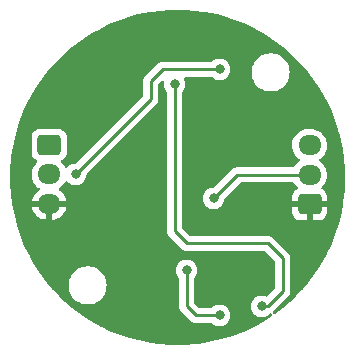
<source format=gbr>
%TF.GenerationSoftware,KiCad,Pcbnew,(6.0.11-0)*%
%TF.CreationDate,2024-03-07T11:04:15-05:00*%
%TF.ProjectId,CamperLightsSMD,43616d70-6572-44c6-9967-687473534d44,rev?*%
%TF.SameCoordinates,Original*%
%TF.FileFunction,Copper,L2,Bot*%
%TF.FilePolarity,Positive*%
%FSLAX46Y46*%
G04 Gerber Fmt 4.6, Leading zero omitted, Abs format (unit mm)*
G04 Created by KiCad (PCBNEW (6.0.11-0)) date 2024-03-07 11:04:15*
%MOMM*%
%LPD*%
G01*
G04 APERTURE LIST*
G04 Aperture macros list*
%AMRoundRect*
0 Rectangle with rounded corners*
0 $1 Rounding radius*
0 $2 $3 $4 $5 $6 $7 $8 $9 X,Y pos of 4 corners*
0 Add a 4 corners polygon primitive as box body*
4,1,4,$2,$3,$4,$5,$6,$7,$8,$9,$2,$3,0*
0 Add four circle primitives for the rounded corners*
1,1,$1+$1,$2,$3*
1,1,$1+$1,$4,$5*
1,1,$1+$1,$6,$7*
1,1,$1+$1,$8,$9*
0 Add four rect primitives between the rounded corners*
20,1,$1+$1,$2,$3,$4,$5,0*
20,1,$1+$1,$4,$5,$6,$7,0*
20,1,$1+$1,$6,$7,$8,$9,0*
20,1,$1+$1,$8,$9,$2,$3,0*%
G04 Aperture macros list end*
%TA.AperFunction,ComponentPad*%
%ADD10RoundRect,0.250000X0.725000X-0.600000X0.725000X0.600000X-0.725000X0.600000X-0.725000X-0.600000X0*%
%TD*%
%TA.AperFunction,ComponentPad*%
%ADD11O,1.950000X1.700000*%
%TD*%
%TA.AperFunction,ComponentPad*%
%ADD12RoundRect,0.250000X-0.725000X0.600000X-0.725000X-0.600000X0.725000X-0.600000X0.725000X0.600000X0*%
%TD*%
%TA.AperFunction,ViaPad*%
%ADD13C,0.800000*%
%TD*%
%TA.AperFunction,Conductor*%
%ADD14C,0.250000*%
%TD*%
G04 APERTURE END LIST*
D10*
%TO.P,J2,1,Pin_1*%
%TO.N,GND*%
X153924000Y-97790000D03*
D11*
%TO.P,J2,2,Pin_2*%
%TO.N,DO*%
X153924000Y-95290000D03*
%TO.P,J2,3,Pin_3*%
%TO.N,5vIN*%
X153924000Y-92790000D03*
%TD*%
D12*
%TO.P,J1,1,Pin_1*%
%TO.N,5vIN*%
X131872000Y-92750000D03*
D11*
%TO.P,J1,2,Pin_2*%
%TO.N,DIN*%
X131872000Y-95250000D03*
%TO.P,J1,3,Pin_3*%
%TO.N,GND*%
X131872000Y-97750000D03*
%TD*%
D13*
%TO.N,DO*%
X145796000Y-97282000D03*
X143510000Y-103378000D03*
X146304000Y-107188000D03*
%TO.N,DIN*%
X146304000Y-86360000D03*
X134112000Y-95250000D03*
%TO.N,DOI*%
X149860000Y-106426000D03*
X142494000Y-87630000D03*
%TO.N,GND*%
X140208000Y-107188000D03*
X149860000Y-104902000D03*
X136398000Y-87376000D03*
X146050000Y-84836000D03*
%TD*%
D14*
%TO.N,DIN*%
X134112000Y-95250000D02*
X140462000Y-88900000D01*
X140462000Y-88900000D02*
X140462000Y-87376000D01*
X140462000Y-87376000D02*
X141478000Y-86360000D01*
X141478000Y-86360000D02*
X146304000Y-86360000D01*
%TO.N,DO*%
X146304000Y-107188000D02*
X144272000Y-107188000D01*
X143510000Y-106426000D02*
X143510000Y-103378000D01*
X144272000Y-107188000D02*
X143510000Y-106426000D01*
X153924000Y-95290000D02*
X147788000Y-95290000D01*
X147788000Y-95290000D02*
X145796000Y-97282000D01*
%TO.N,DOI*%
X149860000Y-106426000D02*
X150368000Y-106426000D01*
X150368000Y-106426000D02*
X151638000Y-105156000D01*
X142494000Y-100076000D02*
X142494000Y-87630000D01*
X151638000Y-105156000D02*
X151638000Y-102362000D01*
X143510000Y-101092000D02*
X142494000Y-100076000D01*
X151638000Y-102362000D02*
X150368000Y-101092000D01*
X150368000Y-101092000D02*
X143510000Y-101092000D01*
%TD*%
%TA.AperFunction,Conductor*%
%TO.N,GND*%
G36*
X143487621Y-81328396D02*
G01*
X143494174Y-81328739D01*
X144139046Y-81379492D01*
X144228500Y-81386532D01*
X144235062Y-81387222D01*
X144965320Y-81483362D01*
X144971818Y-81484392D01*
X145696059Y-81618621D01*
X145702492Y-81619988D01*
X146418749Y-81791946D01*
X146425087Y-81793645D01*
X147131315Y-82002839D01*
X147137589Y-82004877D01*
X147831916Y-82250752D01*
X147838074Y-82253116D01*
X148518568Y-82534986D01*
X148524594Y-82537669D01*
X149189404Y-82854767D01*
X149195282Y-82857762D01*
X149437820Y-82989449D01*
X149842602Y-83209228D01*
X149848273Y-83212502D01*
X150382362Y-83539792D01*
X150476329Y-83597375D01*
X150481861Y-83600968D01*
X151088881Y-84018161D01*
X151094218Y-84022039D01*
X151678568Y-84470427D01*
X151683694Y-84474578D01*
X152243774Y-84952931D01*
X152248677Y-84957345D01*
X152782968Y-85464368D01*
X152787629Y-85469029D01*
X153286500Y-85994729D01*
X153294655Y-86003323D01*
X153299069Y-86008226D01*
X153777422Y-86568306D01*
X153781573Y-86573432D01*
X154229961Y-87157782D01*
X154233839Y-87163119D01*
X154651032Y-87770139D01*
X154654625Y-87775671D01*
X155039498Y-88403727D01*
X155042772Y-88409398D01*
X155262551Y-88814180D01*
X155394238Y-89056718D01*
X155397233Y-89062596D01*
X155714331Y-89727406D01*
X155717014Y-89733432D01*
X155998884Y-90413926D01*
X156001248Y-90420084D01*
X156247123Y-91114411D01*
X156249160Y-91120681D01*
X156455297Y-91816588D01*
X156458350Y-91826896D01*
X156460054Y-91833251D01*
X156620730Y-92502516D01*
X156632010Y-92549499D01*
X156633379Y-92555941D01*
X156767607Y-93280173D01*
X156768638Y-93286680D01*
X156832377Y-93770832D01*
X156864778Y-94016940D01*
X156865468Y-94023500D01*
X156921474Y-94735110D01*
X156923260Y-94757809D01*
X156923604Y-94764379D01*
X156941459Y-95446206D01*
X156942886Y-95500702D01*
X156942886Y-95507284D01*
X156924134Y-96223412D01*
X156923605Y-96243603D01*
X156923261Y-96250174D01*
X156886928Y-96711829D01*
X156865468Y-96984500D01*
X156864778Y-96991060D01*
X156776806Y-97659279D01*
X156768639Y-97721311D01*
X156767608Y-97727818D01*
X156636153Y-98437095D01*
X156633381Y-98452049D01*
X156632012Y-98458492D01*
X156466476Y-99148000D01*
X156460058Y-99174732D01*
X156458350Y-99181104D01*
X156249161Y-99887315D01*
X156247123Y-99893589D01*
X156001248Y-100587916D01*
X155998884Y-100594074D01*
X155717014Y-101274568D01*
X155714331Y-101280594D01*
X155397233Y-101945404D01*
X155394238Y-101951282D01*
X155363059Y-102008707D01*
X155042772Y-102598602D01*
X155039498Y-102604273D01*
X154796555Y-103000721D01*
X154654625Y-103232329D01*
X154651032Y-103237861D01*
X154233839Y-103844881D01*
X154229961Y-103850218D01*
X153781573Y-104434568D01*
X153777422Y-104439694D01*
X153358235Y-104930500D01*
X153299069Y-104999774D01*
X153294658Y-105004673D01*
X153067820Y-105243711D01*
X152787632Y-105538968D01*
X152782971Y-105543629D01*
X152752393Y-105572647D01*
X152248677Y-106050655D01*
X152243774Y-106055069D01*
X151683694Y-106533422D01*
X151678568Y-106537573D01*
X151094218Y-106985961D01*
X151088892Y-106989831D01*
X150986079Y-107060493D01*
X150918612Y-107082592D01*
X150849905Y-107064707D01*
X150801775Y-107012515D01*
X150789501Y-106942587D01*
X150817628Y-106876338D01*
X150833297Y-106857397D01*
X150841288Y-106848616D01*
X152030247Y-105659657D01*
X152038537Y-105652113D01*
X152045018Y-105648000D01*
X152091659Y-105598332D01*
X152094413Y-105595491D01*
X152114134Y-105575770D01*
X152116612Y-105572575D01*
X152124318Y-105563553D01*
X152149158Y-105537101D01*
X152154586Y-105531321D01*
X152164346Y-105513568D01*
X152175199Y-105497045D01*
X152182753Y-105487306D01*
X152187613Y-105481041D01*
X152205176Y-105440457D01*
X152210383Y-105429827D01*
X152231695Y-105391060D01*
X152233666Y-105383383D01*
X152233668Y-105383378D01*
X152236732Y-105371442D01*
X152243138Y-105352730D01*
X152248033Y-105341419D01*
X152251181Y-105334145D01*
X152252421Y-105326317D01*
X152252423Y-105326310D01*
X152258099Y-105290476D01*
X152260505Y-105278856D01*
X152269528Y-105243711D01*
X152269528Y-105243710D01*
X152271500Y-105236030D01*
X152271500Y-105215776D01*
X152273051Y-105196065D01*
X152274980Y-105183886D01*
X152276220Y-105176057D01*
X152272059Y-105132038D01*
X152271500Y-105120181D01*
X152271500Y-102440767D01*
X152272027Y-102429584D01*
X152273702Y-102422091D01*
X152271562Y-102354014D01*
X152271500Y-102350055D01*
X152271500Y-102322144D01*
X152270995Y-102318144D01*
X152270062Y-102306301D01*
X152268922Y-102270029D01*
X152268673Y-102262110D01*
X152263022Y-102242658D01*
X152259014Y-102223306D01*
X152257467Y-102211063D01*
X152256474Y-102203203D01*
X152253556Y-102195832D01*
X152240200Y-102162097D01*
X152236355Y-102150870D01*
X152235721Y-102148687D01*
X152224018Y-102108407D01*
X152219984Y-102101585D01*
X152219981Y-102101579D01*
X152213706Y-102090968D01*
X152205010Y-102073218D01*
X152200472Y-102061756D01*
X152200469Y-102061751D01*
X152197552Y-102054383D01*
X152171573Y-102018625D01*
X152165057Y-102008707D01*
X152146575Y-101977457D01*
X152142542Y-101970637D01*
X152128218Y-101956313D01*
X152115376Y-101941278D01*
X152103472Y-101924893D01*
X152069406Y-101896711D01*
X152060627Y-101888722D01*
X150871652Y-100699747D01*
X150864112Y-100691461D01*
X150860000Y-100684982D01*
X150810348Y-100638356D01*
X150807507Y-100635602D01*
X150787770Y-100615865D01*
X150784573Y-100613385D01*
X150775551Y-100605680D01*
X150749100Y-100580841D01*
X150743321Y-100575414D01*
X150736375Y-100571595D01*
X150736372Y-100571593D01*
X150725566Y-100565652D01*
X150709047Y-100554801D01*
X150701933Y-100549283D01*
X150693041Y-100542386D01*
X150685772Y-100539241D01*
X150685768Y-100539238D01*
X150652463Y-100524826D01*
X150641813Y-100519609D01*
X150603060Y-100498305D01*
X150583437Y-100493267D01*
X150564734Y-100486863D01*
X150553420Y-100481967D01*
X150553419Y-100481967D01*
X150546145Y-100478819D01*
X150538322Y-100477580D01*
X150538312Y-100477577D01*
X150502476Y-100471901D01*
X150490856Y-100469495D01*
X150455711Y-100460472D01*
X150455710Y-100460472D01*
X150448030Y-100458500D01*
X150427776Y-100458500D01*
X150408065Y-100456949D01*
X150395886Y-100455020D01*
X150388057Y-100453780D01*
X150380165Y-100454526D01*
X150344039Y-100457941D01*
X150332181Y-100458500D01*
X143824595Y-100458500D01*
X143756474Y-100438498D01*
X143735499Y-100421595D01*
X143164404Y-99850499D01*
X143130379Y-99788187D01*
X143127500Y-99761404D01*
X143127500Y-98437095D01*
X152441001Y-98437095D01*
X152441338Y-98443614D01*
X152451257Y-98539206D01*
X152454149Y-98552600D01*
X152505588Y-98706784D01*
X152511761Y-98719962D01*
X152597063Y-98857807D01*
X152606099Y-98869208D01*
X152720829Y-98983739D01*
X152732240Y-98992751D01*
X152870243Y-99077816D01*
X152883424Y-99083963D01*
X153037710Y-99135138D01*
X153051086Y-99138005D01*
X153145438Y-99147672D01*
X153151854Y-99148000D01*
X153651885Y-99148000D01*
X153667124Y-99143525D01*
X153668329Y-99142135D01*
X153670000Y-99134452D01*
X153670000Y-99129884D01*
X154178000Y-99129884D01*
X154182475Y-99145123D01*
X154183865Y-99146328D01*
X154191548Y-99147999D01*
X154696095Y-99147999D01*
X154702614Y-99147662D01*
X154798206Y-99137743D01*
X154811600Y-99134851D01*
X154965784Y-99083412D01*
X154978962Y-99077239D01*
X155116807Y-98991937D01*
X155128208Y-98982901D01*
X155242739Y-98868171D01*
X155251751Y-98856760D01*
X155336816Y-98718757D01*
X155342963Y-98705576D01*
X155394138Y-98551290D01*
X155397005Y-98537914D01*
X155406672Y-98443562D01*
X155407000Y-98437146D01*
X155407000Y-98062115D01*
X155402525Y-98046876D01*
X155401135Y-98045671D01*
X155393452Y-98044000D01*
X154196115Y-98044000D01*
X154180876Y-98048475D01*
X154179671Y-98049865D01*
X154178000Y-98057548D01*
X154178000Y-99129884D01*
X153670000Y-99129884D01*
X153670000Y-98062115D01*
X153665525Y-98046876D01*
X153664135Y-98045671D01*
X153656452Y-98044000D01*
X152459116Y-98044000D01*
X152443877Y-98048475D01*
X152442672Y-98049865D01*
X152441001Y-98057548D01*
X152441001Y-98437095D01*
X143127500Y-98437095D01*
X143127500Y-97282000D01*
X144882496Y-97282000D01*
X144883186Y-97288565D01*
X144889999Y-97353383D01*
X144902458Y-97471928D01*
X144961473Y-97653556D01*
X145056960Y-97818944D01*
X145184747Y-97960866D01*
X145244116Y-98004000D01*
X145301471Y-98045671D01*
X145339248Y-98073118D01*
X145345276Y-98075802D01*
X145345278Y-98075803D01*
X145504330Y-98146617D01*
X145513712Y-98150794D01*
X145607113Y-98170647D01*
X145694056Y-98189128D01*
X145694061Y-98189128D01*
X145700513Y-98190500D01*
X145891487Y-98190500D01*
X145897939Y-98189128D01*
X145897944Y-98189128D01*
X145984887Y-98170647D01*
X146078288Y-98150794D01*
X146087670Y-98146617D01*
X146246722Y-98075803D01*
X146246724Y-98075802D01*
X146252752Y-98073118D01*
X146290530Y-98045671D01*
X146347884Y-98004000D01*
X146407253Y-97960866D01*
X146535040Y-97818944D01*
X146630527Y-97653556D01*
X146689542Y-97471928D01*
X146706907Y-97306706D01*
X146733920Y-97241050D01*
X146743122Y-97230782D01*
X148013499Y-95960405D01*
X148075811Y-95926379D01*
X148102594Y-95923500D01*
X152523404Y-95923500D01*
X152591525Y-95943502D01*
X152631122Y-95984133D01*
X152697377Y-96093317D01*
X152700874Y-96097347D01*
X152821760Y-96236656D01*
X152848477Y-96267445D01*
X152852608Y-96270832D01*
X152884529Y-96297006D01*
X152924524Y-96355666D01*
X152926455Y-96426636D01*
X152889710Y-96487384D01*
X152870941Y-96501584D01*
X152731193Y-96588063D01*
X152719792Y-96597099D01*
X152605261Y-96711829D01*
X152596249Y-96723240D01*
X152511184Y-96861243D01*
X152505037Y-96874424D01*
X152453862Y-97028710D01*
X152450995Y-97042086D01*
X152441328Y-97136438D01*
X152441000Y-97142855D01*
X152441000Y-97517885D01*
X152445475Y-97533124D01*
X152446865Y-97534329D01*
X152454548Y-97536000D01*
X155388884Y-97536000D01*
X155404123Y-97531525D01*
X155405328Y-97530135D01*
X155406999Y-97522452D01*
X155406999Y-97142905D01*
X155406662Y-97136386D01*
X155396743Y-97040794D01*
X155393851Y-97027400D01*
X155342412Y-96873216D01*
X155336239Y-96860038D01*
X155250937Y-96722193D01*
X155241901Y-96710792D01*
X155127171Y-96596261D01*
X155115757Y-96587247D01*
X154976287Y-96501277D01*
X154928793Y-96448505D01*
X154917369Y-96378434D01*
X154945643Y-96313310D01*
X154955430Y-96302847D01*
X154988991Y-96270832D01*
X155070135Y-96193424D01*
X155207754Y-96008458D01*
X155232186Y-95960405D01*
X155296125Y-95834644D01*
X155312240Y-95802949D01*
X155318986Y-95781226D01*
X155379024Y-95587871D01*
X155380607Y-95582773D01*
X155390612Y-95507284D01*
X155410198Y-95359511D01*
X155410198Y-95359506D01*
X155410898Y-95354226D01*
X155402249Y-95123842D01*
X155354907Y-94898209D01*
X155333525Y-94844066D01*
X155272185Y-94688744D01*
X155272184Y-94688742D01*
X155270224Y-94683779D01*
X155264560Y-94674444D01*
X155153390Y-94491243D01*
X155150623Y-94486683D01*
X155061425Y-94383891D01*
X155003023Y-94316588D01*
X155003021Y-94316586D01*
X154999523Y-94312555D01*
X154946611Y-94269170D01*
X154825373Y-94169760D01*
X154825367Y-94169756D01*
X154821245Y-94166376D01*
X154789750Y-94148448D01*
X154740445Y-94097368D01*
X154726583Y-94027738D01*
X154752566Y-93961667D01*
X154781716Y-93934427D01*
X154865163Y-93878247D01*
X154903319Y-93852559D01*
X155070135Y-93693424D01*
X155207754Y-93508458D01*
X155212407Y-93499308D01*
X155309822Y-93307704D01*
X155312240Y-93302949D01*
X155348321Y-93186752D01*
X155379024Y-93087871D01*
X155380607Y-93082773D01*
X155381308Y-93077484D01*
X155410198Y-92859511D01*
X155410198Y-92859506D01*
X155410898Y-92854226D01*
X155402249Y-92623842D01*
X155354907Y-92398209D01*
X155352948Y-92393248D01*
X155272185Y-92188744D01*
X155272184Y-92188742D01*
X155270224Y-92183779D01*
X155150623Y-91986683D01*
X155063755Y-91886576D01*
X155003023Y-91816588D01*
X155003021Y-91816586D01*
X154999523Y-91812555D01*
X154957970Y-91778484D01*
X154825373Y-91669760D01*
X154825367Y-91669756D01*
X154821245Y-91666376D01*
X154816609Y-91663737D01*
X154816606Y-91663735D01*
X154625529Y-91554968D01*
X154620886Y-91552325D01*
X154404175Y-91473663D01*
X154398926Y-91472714D01*
X154398923Y-91472713D01*
X154181392Y-91433377D01*
X154181385Y-91433376D01*
X154177308Y-91432639D01*
X154159586Y-91431803D01*
X154154644Y-91431570D01*
X154154637Y-91431570D01*
X154153156Y-91431500D01*
X153741110Y-91431500D01*
X153674191Y-91437178D01*
X153574591Y-91445629D01*
X153574587Y-91445630D01*
X153569280Y-91446080D01*
X153564125Y-91447418D01*
X153564119Y-91447419D01*
X153351297Y-91502657D01*
X153351293Y-91502658D01*
X153346128Y-91503999D01*
X153341262Y-91506191D01*
X153341259Y-91506192D01*
X153227914Y-91557250D01*
X153135925Y-91598688D01*
X152944681Y-91727441D01*
X152777865Y-91886576D01*
X152640246Y-92071542D01*
X152637830Y-92076293D01*
X152637828Y-92076297D01*
X152624345Y-92102817D01*
X152535760Y-92277051D01*
X152534178Y-92282145D01*
X152534177Y-92282148D01*
X152472115Y-92482020D01*
X152467393Y-92497227D01*
X152466692Y-92502516D01*
X152451304Y-92618623D01*
X152437102Y-92725774D01*
X152445751Y-92956158D01*
X152493093Y-93181791D01*
X152577776Y-93396221D01*
X152697377Y-93593317D01*
X152700874Y-93597347D01*
X152787438Y-93697103D01*
X152848477Y-93767445D01*
X152852608Y-93770832D01*
X153022627Y-93910240D01*
X153022633Y-93910244D01*
X153026755Y-93913624D01*
X153058250Y-93931552D01*
X153107555Y-93982632D01*
X153121417Y-94052262D01*
X153095434Y-94118333D01*
X153066284Y-94145573D01*
X152944681Y-94227441D01*
X152777865Y-94386576D01*
X152640246Y-94571542D01*
X152637830Y-94576294D01*
X152637825Y-94576302D01*
X152632078Y-94587606D01*
X152583375Y-94639263D01*
X152519762Y-94656500D01*
X147866763Y-94656500D01*
X147855579Y-94655973D01*
X147848091Y-94654299D01*
X147840168Y-94654548D01*
X147780033Y-94656438D01*
X147776075Y-94656500D01*
X147748144Y-94656500D01*
X147744229Y-94656995D01*
X147744225Y-94656995D01*
X147744167Y-94657003D01*
X147744138Y-94657006D01*
X147732296Y-94657939D01*
X147688110Y-94659327D01*
X147675808Y-94662901D01*
X147668658Y-94664978D01*
X147649306Y-94668986D01*
X147637068Y-94670532D01*
X147637066Y-94670533D01*
X147629203Y-94671526D01*
X147588086Y-94687806D01*
X147576885Y-94691641D01*
X147534406Y-94703982D01*
X147527587Y-94708015D01*
X147527582Y-94708017D01*
X147516971Y-94714293D01*
X147499221Y-94722990D01*
X147480383Y-94730448D01*
X147473967Y-94735109D01*
X147473966Y-94735110D01*
X147444625Y-94756428D01*
X147434701Y-94762947D01*
X147403460Y-94781422D01*
X147403455Y-94781426D01*
X147396637Y-94785458D01*
X147382313Y-94799782D01*
X147367281Y-94812621D01*
X147350893Y-94824528D01*
X147334730Y-94844066D01*
X147322712Y-94858593D01*
X147314722Y-94867373D01*
X145845500Y-96336595D01*
X145783188Y-96370621D01*
X145756405Y-96373500D01*
X145700513Y-96373500D01*
X145694061Y-96374872D01*
X145694056Y-96374872D01*
X145614282Y-96391829D01*
X145513712Y-96413206D01*
X145507682Y-96415891D01*
X145507681Y-96415891D01*
X145345278Y-96488197D01*
X145345276Y-96488198D01*
X145339248Y-96490882D01*
X145333907Y-96494762D01*
X145333906Y-96494763D01*
X145324518Y-96501584D01*
X145184747Y-96603134D01*
X145180326Y-96608044D01*
X145180325Y-96608045D01*
X145179680Y-96608762D01*
X145056960Y-96745056D01*
X144961473Y-96910444D01*
X144902458Y-97092072D01*
X144901768Y-97098633D01*
X144901768Y-97098635D01*
X144897115Y-97142905D01*
X144882496Y-97282000D01*
X143127500Y-97282000D01*
X143127500Y-88332524D01*
X143147502Y-88264403D01*
X143159858Y-88248221D01*
X143233040Y-88166944D01*
X143328527Y-88001556D01*
X143387542Y-87819928D01*
X143407504Y-87630000D01*
X143387542Y-87440072D01*
X143328527Y-87258444D01*
X143325223Y-87252721D01*
X143284681Y-87182500D01*
X143267943Y-87113504D01*
X143291164Y-87046413D01*
X143346971Y-87002526D01*
X143393800Y-86993500D01*
X145595800Y-86993500D01*
X145663921Y-87013502D01*
X145683147Y-87029843D01*
X145683420Y-87029540D01*
X145688332Y-87033963D01*
X145692747Y-87038866D01*
X145700775Y-87044699D01*
X145800515Y-87117164D01*
X145847248Y-87151118D01*
X145853276Y-87153802D01*
X145853278Y-87153803D01*
X146015681Y-87226109D01*
X146021712Y-87228794D01*
X146081602Y-87241524D01*
X146202056Y-87267128D01*
X146202061Y-87267128D01*
X146208513Y-87268500D01*
X146399487Y-87268500D01*
X146405939Y-87267128D01*
X146405944Y-87267128D01*
X146526398Y-87241524D01*
X146586288Y-87228794D01*
X146592319Y-87226109D01*
X146754722Y-87153803D01*
X146754724Y-87153802D01*
X146760752Y-87151118D01*
X146807486Y-87117164D01*
X146904865Y-87046413D01*
X146915253Y-87038866D01*
X146989659Y-86956230D01*
X147038621Y-86901852D01*
X147038622Y-86901851D01*
X147043040Y-86896944D01*
X147138527Y-86731556D01*
X147176724Y-86614000D01*
X149008526Y-86614000D01*
X149028391Y-86866403D01*
X149029545Y-86871210D01*
X149029546Y-86871216D01*
X149061071Y-87002526D01*
X149087495Y-87112591D01*
X149089388Y-87117162D01*
X149089389Y-87117164D01*
X149175951Y-87326142D01*
X149184384Y-87346502D01*
X149316672Y-87562376D01*
X149481102Y-87754898D01*
X149673624Y-87919328D01*
X149889498Y-88051616D01*
X149894068Y-88053509D01*
X149894072Y-88053511D01*
X150118836Y-88146611D01*
X150123409Y-88148505D01*
X150200214Y-88166944D01*
X150364784Y-88206454D01*
X150364790Y-88206455D01*
X150369597Y-88207609D01*
X150469416Y-88215465D01*
X150556345Y-88222307D01*
X150556352Y-88222307D01*
X150558801Y-88222500D01*
X150685199Y-88222500D01*
X150687648Y-88222307D01*
X150687655Y-88222307D01*
X150774584Y-88215465D01*
X150874403Y-88207609D01*
X150879210Y-88206455D01*
X150879216Y-88206454D01*
X151043786Y-88166944D01*
X151120591Y-88148505D01*
X151125164Y-88146611D01*
X151349928Y-88053511D01*
X151349932Y-88053509D01*
X151354502Y-88051616D01*
X151570376Y-87919328D01*
X151762898Y-87754898D01*
X151927328Y-87562376D01*
X152059616Y-87346502D01*
X152068050Y-87326142D01*
X152154611Y-87117164D01*
X152154612Y-87117162D01*
X152156505Y-87112591D01*
X152182929Y-87002526D01*
X152214454Y-86871216D01*
X152214455Y-86871210D01*
X152215609Y-86866403D01*
X152235474Y-86614000D01*
X152215609Y-86361597D01*
X152213650Y-86353435D01*
X152157660Y-86120221D01*
X152156505Y-86115409D01*
X152154611Y-86110836D01*
X152061511Y-85886072D01*
X152061509Y-85886068D01*
X152059616Y-85881498D01*
X151927328Y-85665624D01*
X151762898Y-85473102D01*
X151570376Y-85308672D01*
X151354502Y-85176384D01*
X151349932Y-85174491D01*
X151349928Y-85174489D01*
X151125164Y-85081389D01*
X151125162Y-85081388D01*
X151120591Y-85079495D01*
X151035968Y-85059179D01*
X150879216Y-85021546D01*
X150879210Y-85021545D01*
X150874403Y-85020391D01*
X150774584Y-85012535D01*
X150687655Y-85005693D01*
X150687648Y-85005693D01*
X150685199Y-85005500D01*
X150558801Y-85005500D01*
X150556352Y-85005693D01*
X150556345Y-85005693D01*
X150469416Y-85012535D01*
X150369597Y-85020391D01*
X150364790Y-85021545D01*
X150364784Y-85021546D01*
X150208032Y-85059179D01*
X150123409Y-85079495D01*
X150118838Y-85081388D01*
X150118836Y-85081389D01*
X149894072Y-85174489D01*
X149894068Y-85174491D01*
X149889498Y-85176384D01*
X149673624Y-85308672D01*
X149481102Y-85473102D01*
X149316672Y-85665624D01*
X149184384Y-85881498D01*
X149182491Y-85886068D01*
X149182489Y-85886072D01*
X149089389Y-86110836D01*
X149087495Y-86115409D01*
X149086340Y-86120221D01*
X149030351Y-86353435D01*
X149028391Y-86361597D01*
X149008526Y-86614000D01*
X147176724Y-86614000D01*
X147197542Y-86549928D01*
X147217504Y-86360000D01*
X147197542Y-86170072D01*
X147138527Y-85988444D01*
X147043040Y-85823056D01*
X147026882Y-85805110D01*
X146919675Y-85686045D01*
X146919674Y-85686044D01*
X146915253Y-85681134D01*
X146760752Y-85568882D01*
X146754724Y-85566198D01*
X146754722Y-85566197D01*
X146592319Y-85493891D01*
X146592318Y-85493891D01*
X146586288Y-85491206D01*
X146492887Y-85471353D01*
X146405944Y-85452872D01*
X146405939Y-85452872D01*
X146399487Y-85451500D01*
X146208513Y-85451500D01*
X146202061Y-85452872D01*
X146202056Y-85452872D01*
X146115112Y-85471353D01*
X146021712Y-85491206D01*
X146015682Y-85493891D01*
X146015681Y-85493891D01*
X145853278Y-85566197D01*
X145853276Y-85566198D01*
X145847248Y-85568882D01*
X145692747Y-85681134D01*
X145688332Y-85686037D01*
X145683420Y-85690460D01*
X145682295Y-85689211D01*
X145628986Y-85722051D01*
X145595800Y-85726500D01*
X141556767Y-85726500D01*
X141545584Y-85725973D01*
X141538091Y-85724298D01*
X141530165Y-85724547D01*
X141530164Y-85724547D01*
X141470001Y-85726438D01*
X141466043Y-85726500D01*
X141438144Y-85726500D01*
X141434154Y-85727004D01*
X141422320Y-85727936D01*
X141378111Y-85729326D01*
X141370497Y-85731538D01*
X141370492Y-85731539D01*
X141358659Y-85734977D01*
X141339296Y-85738988D01*
X141319203Y-85741526D01*
X141311836Y-85744443D01*
X141311831Y-85744444D01*
X141278092Y-85757802D01*
X141266865Y-85761646D01*
X141224407Y-85773982D01*
X141217581Y-85778019D01*
X141206972Y-85784293D01*
X141189224Y-85792988D01*
X141170383Y-85800448D01*
X141163967Y-85805110D01*
X141163966Y-85805110D01*
X141134613Y-85826436D01*
X141124693Y-85832952D01*
X141093465Y-85851420D01*
X141093462Y-85851422D01*
X141086638Y-85855458D01*
X141072317Y-85869779D01*
X141057284Y-85882619D01*
X141040893Y-85894528D01*
X141035843Y-85900632D01*
X141035838Y-85900637D01*
X141012707Y-85928598D01*
X141004717Y-85937379D01*
X140069742Y-86872353D01*
X140061463Y-86879887D01*
X140054982Y-86884000D01*
X140042827Y-86896944D01*
X140008357Y-86933651D01*
X140005602Y-86936493D01*
X139985865Y-86956230D01*
X139983385Y-86959427D01*
X139975682Y-86968447D01*
X139945414Y-87000679D01*
X139941595Y-87007625D01*
X139941593Y-87007628D01*
X139935652Y-87018434D01*
X139924801Y-87034953D01*
X139912386Y-87050959D01*
X139909241Y-87058228D01*
X139909238Y-87058232D01*
X139894826Y-87091537D01*
X139889609Y-87102187D01*
X139868305Y-87140940D01*
X139866334Y-87148615D01*
X139866334Y-87148616D01*
X139863267Y-87160562D01*
X139856863Y-87179266D01*
X139848819Y-87197855D01*
X139847580Y-87205678D01*
X139847577Y-87205688D01*
X139841901Y-87241524D01*
X139839495Y-87253144D01*
X139836521Y-87264729D01*
X139828500Y-87295970D01*
X139828500Y-87316224D01*
X139826949Y-87335934D01*
X139823780Y-87355943D01*
X139824526Y-87363835D01*
X139827941Y-87399961D01*
X139828500Y-87411819D01*
X139828500Y-88585406D01*
X139808498Y-88653527D01*
X139791595Y-88674501D01*
X134161500Y-94304595D01*
X134099188Y-94338621D01*
X134072405Y-94341500D01*
X134016513Y-94341500D01*
X134010061Y-94342872D01*
X134010056Y-94342872D01*
X133923112Y-94361353D01*
X133829712Y-94381206D01*
X133823682Y-94383891D01*
X133823681Y-94383891D01*
X133661278Y-94456197D01*
X133661276Y-94456198D01*
X133655248Y-94458882D01*
X133500747Y-94571134D01*
X133496326Y-94576044D01*
X133496325Y-94576045D01*
X133419056Y-94661861D01*
X133358610Y-94699101D01*
X133287626Y-94697749D01*
X133228642Y-94658236D01*
X133217701Y-94642917D01*
X133108381Y-94462763D01*
X133098623Y-94446683D01*
X133011755Y-94346576D01*
X132951023Y-94276588D01*
X132951021Y-94276586D01*
X132947523Y-94272555D01*
X132911880Y-94243330D01*
X132871886Y-94184671D01*
X132869954Y-94113701D01*
X132906698Y-94052952D01*
X132925468Y-94038752D01*
X133065120Y-93952332D01*
X133071348Y-93948478D01*
X133196305Y-93823303D01*
X133289115Y-93672738D01*
X133344797Y-93504861D01*
X133355500Y-93400400D01*
X133355500Y-92099600D01*
X133352589Y-92071542D01*
X133345238Y-92000692D01*
X133345237Y-92000688D01*
X133344526Y-91993834D01*
X133288550Y-91826054D01*
X133195478Y-91675652D01*
X133070303Y-91550695D01*
X132998106Y-91506192D01*
X132925968Y-91461725D01*
X132925966Y-91461724D01*
X132919738Y-91457885D01*
X132759254Y-91404655D01*
X132758389Y-91404368D01*
X132758387Y-91404368D01*
X132751861Y-91402203D01*
X132745025Y-91401503D01*
X132745022Y-91401502D01*
X132701969Y-91397091D01*
X132647400Y-91391500D01*
X131096600Y-91391500D01*
X131093354Y-91391837D01*
X131093350Y-91391837D01*
X130997692Y-91401762D01*
X130997688Y-91401763D01*
X130990834Y-91402474D01*
X130984298Y-91404655D01*
X130984296Y-91404655D01*
X130861483Y-91445629D01*
X130823054Y-91458450D01*
X130672652Y-91551522D01*
X130547695Y-91676697D01*
X130543855Y-91682927D01*
X130543854Y-91682928D01*
X130461465Y-91816588D01*
X130454885Y-91827262D01*
X130452581Y-91834209D01*
X130402008Y-91986683D01*
X130399203Y-91995139D01*
X130388500Y-92099600D01*
X130388500Y-93400400D01*
X130399474Y-93506166D01*
X130455450Y-93673946D01*
X130548522Y-93824348D01*
X130673697Y-93949305D01*
X130819340Y-94039081D01*
X130866832Y-94091852D01*
X130878256Y-94161924D01*
X130849982Y-94227048D01*
X130840195Y-94237510D01*
X130725865Y-94346576D01*
X130588246Y-94531542D01*
X130585830Y-94536293D01*
X130585828Y-94536297D01*
X130536003Y-94634297D01*
X130483760Y-94737051D01*
X130482178Y-94742145D01*
X130482177Y-94742148D01*
X130450531Y-94844066D01*
X130415393Y-94957227D01*
X130414692Y-94962516D01*
X130392604Y-95129173D01*
X130385102Y-95185774D01*
X130393751Y-95416158D01*
X130441093Y-95641791D01*
X130443051Y-95646750D01*
X130443052Y-95646752D01*
X130506616Y-95807704D01*
X130525776Y-95856221D01*
X130528543Y-95860780D01*
X130528544Y-95860783D01*
X130590998Y-95963703D01*
X130645377Y-96053317D01*
X130648874Y-96057347D01*
X130770148Y-96197103D01*
X130796477Y-96227445D01*
X130800608Y-96230832D01*
X130970627Y-96370240D01*
X130970633Y-96370244D01*
X130974755Y-96373624D01*
X130979398Y-96376267D01*
X131006735Y-96391829D01*
X131056041Y-96442912D01*
X131069902Y-96512542D01*
X131043918Y-96578613D01*
X131014768Y-96605851D01*
X130897422Y-96684852D01*
X130889130Y-96691519D01*
X130730100Y-96843228D01*
X130723059Y-96851186D01*
X130591859Y-97027525D01*
X130586255Y-97036562D01*
X130486643Y-97232484D01*
X130482643Y-97242335D01*
X130417466Y-97452240D01*
X130415183Y-97462624D01*
X130413139Y-97478043D01*
X130415335Y-97492207D01*
X130428522Y-97496000D01*
X133313192Y-97496000D01*
X133326723Y-97492027D01*
X133328248Y-97481420D01*
X133303523Y-97363579D01*
X133300463Y-97353383D01*
X133219737Y-97148971D01*
X133215006Y-97139439D01*
X133100984Y-96951538D01*
X133094720Y-96942948D01*
X132950673Y-96776948D01*
X132943042Y-96769528D01*
X132773089Y-96630174D01*
X132764326Y-96624152D01*
X132737289Y-96608762D01*
X132687982Y-96557680D01*
X132674120Y-96488049D01*
X132700103Y-96421978D01*
X132729253Y-96394739D01*
X132815617Y-96336595D01*
X132851319Y-96312559D01*
X132901693Y-96264505D01*
X133014278Y-96157103D01*
X133018135Y-96153424D01*
X133155754Y-95968458D01*
X133159849Y-95960405D01*
X133209957Y-95861849D01*
X133258660Y-95810191D01*
X133327560Y-95793065D01*
X133394782Y-95815907D01*
X133415902Y-95834636D01*
X133500747Y-95928866D01*
X133561134Y-95972740D01*
X133610296Y-96008458D01*
X133655248Y-96041118D01*
X133661276Y-96043802D01*
X133661278Y-96043803D01*
X133691699Y-96057347D01*
X133829712Y-96118794D01*
X133923112Y-96138647D01*
X134010056Y-96157128D01*
X134010061Y-96157128D01*
X134016513Y-96158500D01*
X134207487Y-96158500D01*
X134213939Y-96157128D01*
X134213944Y-96157128D01*
X134300887Y-96138647D01*
X134394288Y-96118794D01*
X134532301Y-96057347D01*
X134562722Y-96043803D01*
X134562724Y-96043802D01*
X134568752Y-96041118D01*
X134613705Y-96008458D01*
X134662866Y-95972740D01*
X134723253Y-95928866D01*
X134824962Y-95815907D01*
X134846621Y-95791852D01*
X134846622Y-95791851D01*
X134851040Y-95786944D01*
X134934844Y-95641791D01*
X134943223Y-95627279D01*
X134943224Y-95627278D01*
X134946527Y-95621556D01*
X135005542Y-95439928D01*
X135022907Y-95274706D01*
X135049920Y-95209050D01*
X135059122Y-95198782D01*
X140854253Y-89403652D01*
X140862539Y-89396112D01*
X140869018Y-89392000D01*
X140915644Y-89342348D01*
X140918398Y-89339507D01*
X140938135Y-89319770D01*
X140940615Y-89316573D01*
X140948320Y-89307551D01*
X140973159Y-89281100D01*
X140978586Y-89275321D01*
X140982405Y-89268375D01*
X140982407Y-89268372D01*
X140988348Y-89257566D01*
X140999199Y-89241047D01*
X141006758Y-89231301D01*
X141011614Y-89225041D01*
X141014759Y-89217772D01*
X141014762Y-89217768D01*
X141029174Y-89184463D01*
X141034391Y-89173813D01*
X141055695Y-89135060D01*
X141060733Y-89115437D01*
X141067137Y-89096734D01*
X141072033Y-89085420D01*
X141072033Y-89085419D01*
X141075181Y-89078145D01*
X141076420Y-89070322D01*
X141076423Y-89070312D01*
X141082099Y-89034476D01*
X141084505Y-89022856D01*
X141093528Y-88987711D01*
X141093528Y-88987710D01*
X141095500Y-88980030D01*
X141095500Y-88959776D01*
X141097051Y-88940065D01*
X141098980Y-88927886D01*
X141100220Y-88920057D01*
X141096059Y-88876038D01*
X141095500Y-88864181D01*
X141095500Y-87690595D01*
X141115502Y-87622474D01*
X141132405Y-87601500D01*
X141384873Y-87349032D01*
X141447185Y-87315006D01*
X141518000Y-87320071D01*
X141574836Y-87362618D01*
X141599647Y-87429138D01*
X141599278Y-87451297D01*
X141580496Y-87630000D01*
X141600458Y-87819928D01*
X141659473Y-88001556D01*
X141754960Y-88166944D01*
X141828137Y-88248215D01*
X141858853Y-88312221D01*
X141860500Y-88332524D01*
X141860500Y-99997233D01*
X141859973Y-100008416D01*
X141858298Y-100015909D01*
X141858547Y-100023835D01*
X141858547Y-100023836D01*
X141860438Y-100083986D01*
X141860500Y-100087945D01*
X141860500Y-100115856D01*
X141860997Y-100119790D01*
X141860997Y-100119791D01*
X141861005Y-100119856D01*
X141861938Y-100131693D01*
X141863327Y-100175889D01*
X141868978Y-100195339D01*
X141872987Y-100214700D01*
X141875526Y-100234797D01*
X141878445Y-100242168D01*
X141878445Y-100242170D01*
X141891804Y-100275912D01*
X141895649Y-100287142D01*
X141907982Y-100329593D01*
X141912015Y-100336412D01*
X141912017Y-100336417D01*
X141918293Y-100347028D01*
X141926988Y-100364776D01*
X141934448Y-100383617D01*
X141939110Y-100390033D01*
X141939110Y-100390034D01*
X141960436Y-100419387D01*
X141966952Y-100429307D01*
X141983300Y-100456949D01*
X141989458Y-100467362D01*
X142003779Y-100481683D01*
X142016619Y-100496716D01*
X142028528Y-100513107D01*
X142034632Y-100518157D01*
X142034637Y-100518162D01*
X142062598Y-100541293D01*
X142071379Y-100549283D01*
X143006353Y-101484258D01*
X143013887Y-101492537D01*
X143018000Y-101499018D01*
X143067651Y-101545643D01*
X143070493Y-101548398D01*
X143090230Y-101568135D01*
X143093427Y-101570615D01*
X143102447Y-101578318D01*
X143134679Y-101608586D01*
X143141625Y-101612405D01*
X143141628Y-101612407D01*
X143152434Y-101618348D01*
X143168953Y-101629199D01*
X143184959Y-101641614D01*
X143192228Y-101644759D01*
X143192232Y-101644762D01*
X143225537Y-101659174D01*
X143236187Y-101664391D01*
X143274940Y-101685695D01*
X143282615Y-101687666D01*
X143282616Y-101687666D01*
X143294562Y-101690733D01*
X143313267Y-101697137D01*
X143331855Y-101705181D01*
X143339678Y-101706420D01*
X143339688Y-101706423D01*
X143375524Y-101712099D01*
X143387144Y-101714505D01*
X143422289Y-101723528D01*
X143429970Y-101725500D01*
X143450224Y-101725500D01*
X143469934Y-101727051D01*
X143489943Y-101730220D01*
X143497835Y-101729474D01*
X143533961Y-101726059D01*
X143545819Y-101725500D01*
X150053406Y-101725500D01*
X150121527Y-101745502D01*
X150142501Y-101762405D01*
X150967595Y-102587499D01*
X151001621Y-102649811D01*
X151004500Y-102676594D01*
X151004500Y-104841405D01*
X150984498Y-104909526D01*
X150967595Y-104930500D01*
X150340940Y-105557155D01*
X150278628Y-105591181D01*
X150207813Y-105586116D01*
X150200623Y-105583178D01*
X150142288Y-105557206D01*
X150078414Y-105543629D01*
X149961944Y-105518872D01*
X149961939Y-105518872D01*
X149955487Y-105517500D01*
X149764513Y-105517500D01*
X149758061Y-105518872D01*
X149758056Y-105518872D01*
X149672298Y-105537101D01*
X149577712Y-105557206D01*
X149571682Y-105559891D01*
X149571681Y-105559891D01*
X149409278Y-105632197D01*
X149409276Y-105632198D01*
X149403248Y-105634882D01*
X149397907Y-105638762D01*
X149397906Y-105638763D01*
X149380144Y-105651668D01*
X149248747Y-105747134D01*
X149244326Y-105752044D01*
X149244325Y-105752045D01*
X149211143Y-105788898D01*
X149120960Y-105889056D01*
X149025473Y-106054444D01*
X148966458Y-106236072D01*
X148965768Y-106242633D01*
X148965768Y-106242635D01*
X148957720Y-106319206D01*
X148946496Y-106426000D01*
X148947186Y-106432565D01*
X148956083Y-106517211D01*
X148966458Y-106615928D01*
X149025473Y-106797556D01*
X149028776Y-106803278D01*
X149028777Y-106803279D01*
X149045176Y-106831683D01*
X149120960Y-106962944D01*
X149125378Y-106967851D01*
X149125379Y-106967852D01*
X149151317Y-106996659D01*
X149248747Y-107104866D01*
X149337493Y-107169344D01*
X149372207Y-107194565D01*
X149403248Y-107217118D01*
X149409276Y-107219802D01*
X149409278Y-107219803D01*
X149571681Y-107292109D01*
X149577712Y-107294794D01*
X149671113Y-107314647D01*
X149758056Y-107333128D01*
X149758061Y-107333128D01*
X149764513Y-107334500D01*
X149955487Y-107334500D01*
X149961939Y-107333128D01*
X149961944Y-107333128D01*
X150048887Y-107314647D01*
X150142288Y-107294794D01*
X150298892Y-107225070D01*
X150342970Y-107219160D01*
X150352562Y-107196312D01*
X150376232Y-107173903D01*
X150465909Y-107108749D01*
X150465911Y-107108747D01*
X150471253Y-107104866D01*
X150475671Y-107099960D01*
X150475678Y-107099953D01*
X150505209Y-107067155D01*
X150552462Y-107034313D01*
X150567912Y-107028196D01*
X150579142Y-107024351D01*
X150613662Y-107014322D01*
X150621592Y-107012018D01*
X150622261Y-107014322D01*
X150680842Y-107007095D01*
X150744819Y-107037878D01*
X150781997Y-107098362D01*
X150780573Y-107169344D01*
X150740999Y-107228288D01*
X150731783Y-107235265D01*
X150589392Y-107333128D01*
X150521660Y-107379679D01*
X150454351Y-107401727D01*
X150431741Y-107436183D01*
X150415974Y-107447610D01*
X150199513Y-107580258D01*
X149848273Y-107795498D01*
X149842602Y-107798772D01*
X149517594Y-107975237D01*
X149195282Y-108150238D01*
X149189404Y-108153233D01*
X148524594Y-108470331D01*
X148518568Y-108473014D01*
X147838074Y-108754884D01*
X147831916Y-108757248D01*
X147137589Y-109003123D01*
X147131319Y-109005160D01*
X146425087Y-109214355D01*
X146418749Y-109216054D01*
X145702492Y-109388012D01*
X145696059Y-109389379D01*
X144971818Y-109523608D01*
X144965320Y-109524638D01*
X144360782Y-109604226D01*
X144235060Y-109620778D01*
X144228500Y-109621468D01*
X144139046Y-109628508D01*
X143494174Y-109679261D01*
X143487621Y-109679604D01*
X142751284Y-109698886D01*
X142744716Y-109698886D01*
X142008379Y-109679604D01*
X142001826Y-109679261D01*
X141356954Y-109628508D01*
X141267500Y-109621468D01*
X141260940Y-109620778D01*
X141135218Y-109604226D01*
X140530680Y-109524638D01*
X140524182Y-109523608D01*
X139799941Y-109389379D01*
X139793508Y-109388012D01*
X139077251Y-109216054D01*
X139070913Y-109214355D01*
X138364681Y-109005160D01*
X138358411Y-109003123D01*
X137664084Y-108757248D01*
X137657926Y-108754884D01*
X136977432Y-108473014D01*
X136971406Y-108470331D01*
X136306596Y-108153233D01*
X136300718Y-108150238D01*
X135978406Y-107975237D01*
X135653398Y-107798772D01*
X135647727Y-107795498D01*
X135019671Y-107410625D01*
X135014139Y-107407032D01*
X134407119Y-106989839D01*
X134401782Y-106985961D01*
X133817432Y-106537573D01*
X133812306Y-106533422D01*
X133252226Y-106055069D01*
X133247323Y-106050655D01*
X132743608Y-105572647D01*
X132713029Y-105543629D01*
X132708368Y-105538968D01*
X132428180Y-105243711D01*
X132201342Y-105004673D01*
X132196931Y-104999774D01*
X132137766Y-104930500D01*
X131896488Y-104648000D01*
X133514526Y-104648000D01*
X133534391Y-104900403D01*
X133535545Y-104905210D01*
X133535546Y-104905216D01*
X133559424Y-105004673D01*
X133593495Y-105146591D01*
X133595388Y-105151162D01*
X133595389Y-105151164D01*
X133650665Y-105284611D01*
X133690384Y-105380502D01*
X133822672Y-105596376D01*
X133987102Y-105788898D01*
X134179624Y-105953328D01*
X134395498Y-106085616D01*
X134400068Y-106087509D01*
X134400072Y-106087511D01*
X134624836Y-106180611D01*
X134629409Y-106182505D01*
X134704360Y-106200499D01*
X134870784Y-106240454D01*
X134870790Y-106240455D01*
X134875597Y-106241609D01*
X134975416Y-106249465D01*
X135062345Y-106256307D01*
X135062352Y-106256307D01*
X135064801Y-106256500D01*
X135191199Y-106256500D01*
X135193648Y-106256307D01*
X135193655Y-106256307D01*
X135280584Y-106249465D01*
X135380403Y-106241609D01*
X135385210Y-106240455D01*
X135385216Y-106240454D01*
X135551640Y-106200499D01*
X135626591Y-106182505D01*
X135631164Y-106180611D01*
X135855928Y-106087511D01*
X135855932Y-106087509D01*
X135860502Y-106085616D01*
X136076376Y-105953328D01*
X136268898Y-105788898D01*
X136433328Y-105596376D01*
X136565616Y-105380502D01*
X136605336Y-105284611D01*
X136660611Y-105151164D01*
X136660612Y-105151162D01*
X136662505Y-105146591D01*
X136696576Y-105004673D01*
X136720454Y-104905216D01*
X136720455Y-104905210D01*
X136721609Y-104900403D01*
X136741474Y-104648000D01*
X136721609Y-104395597D01*
X136707252Y-104335792D01*
X136663660Y-104154221D01*
X136662505Y-104149409D01*
X136613938Y-104032158D01*
X136567511Y-103920072D01*
X136567509Y-103920068D01*
X136565616Y-103915498D01*
X136433328Y-103699624D01*
X136268898Y-103507102D01*
X136117740Y-103378000D01*
X142596496Y-103378000D01*
X142616458Y-103567928D01*
X142675473Y-103749556D01*
X142770960Y-103914944D01*
X142844137Y-103996215D01*
X142874853Y-104060221D01*
X142876500Y-104080524D01*
X142876500Y-106347233D01*
X142875973Y-106358416D01*
X142874298Y-106365909D01*
X142874547Y-106373835D01*
X142874547Y-106373836D01*
X142876438Y-106433986D01*
X142876500Y-106437945D01*
X142876500Y-106465856D01*
X142876997Y-106469790D01*
X142876997Y-106469791D01*
X142877005Y-106469856D01*
X142877938Y-106481693D01*
X142879327Y-106525889D01*
X142884978Y-106545339D01*
X142888987Y-106564700D01*
X142891526Y-106584797D01*
X142894445Y-106592168D01*
X142894445Y-106592170D01*
X142907804Y-106625912D01*
X142911649Y-106637142D01*
X142921771Y-106671983D01*
X142923982Y-106679593D01*
X142928015Y-106686412D01*
X142928017Y-106686417D01*
X142934293Y-106697028D01*
X142942988Y-106714776D01*
X142950448Y-106733617D01*
X142955110Y-106740033D01*
X142955110Y-106740034D01*
X142976436Y-106769387D01*
X142982952Y-106779307D01*
X142993745Y-106797556D01*
X143005458Y-106817362D01*
X143019779Y-106831683D01*
X143032619Y-106846716D01*
X143044528Y-106863107D01*
X143060522Y-106876338D01*
X143078593Y-106891288D01*
X143087374Y-106899278D01*
X143768353Y-107580258D01*
X143775887Y-107588537D01*
X143780000Y-107595018D01*
X143829651Y-107641643D01*
X143832493Y-107644398D01*
X143852230Y-107664135D01*
X143855427Y-107666615D01*
X143864447Y-107674318D01*
X143896679Y-107704586D01*
X143903625Y-107708405D01*
X143903628Y-107708407D01*
X143914434Y-107714348D01*
X143930953Y-107725199D01*
X143946959Y-107737614D01*
X143954228Y-107740759D01*
X143954232Y-107740762D01*
X143987537Y-107755174D01*
X143998187Y-107760391D01*
X144036940Y-107781695D01*
X144044615Y-107783666D01*
X144044616Y-107783666D01*
X144056562Y-107786733D01*
X144075267Y-107793137D01*
X144093855Y-107801181D01*
X144101678Y-107802420D01*
X144101688Y-107802423D01*
X144137524Y-107808099D01*
X144149144Y-107810505D01*
X144184289Y-107819528D01*
X144191970Y-107821500D01*
X144212224Y-107821500D01*
X144231934Y-107823051D01*
X144251943Y-107826220D01*
X144259835Y-107825474D01*
X144295961Y-107822059D01*
X144307819Y-107821500D01*
X145595800Y-107821500D01*
X145663921Y-107841502D01*
X145683147Y-107857843D01*
X145683420Y-107857540D01*
X145688332Y-107861963D01*
X145692747Y-107866866D01*
X145847248Y-107979118D01*
X145853276Y-107981802D01*
X145853278Y-107981803D01*
X146015681Y-108054109D01*
X146021712Y-108056794D01*
X146115113Y-108076647D01*
X146202056Y-108095128D01*
X146202061Y-108095128D01*
X146208513Y-108096500D01*
X146399487Y-108096500D01*
X146405939Y-108095128D01*
X146405944Y-108095128D01*
X146492887Y-108076647D01*
X146586288Y-108056794D01*
X146592319Y-108054109D01*
X146754722Y-107981803D01*
X146754724Y-107981802D01*
X146760752Y-107979118D01*
X146915253Y-107866866D01*
X146951851Y-107826220D01*
X147038621Y-107729852D01*
X147038622Y-107729851D01*
X147043040Y-107724944D01*
X147138527Y-107559556D01*
X147197542Y-107377928D01*
X147202107Y-107334500D01*
X147216814Y-107194565D01*
X147217504Y-107188000D01*
X147215543Y-107169344D01*
X147198232Y-107004635D01*
X147198232Y-107004633D01*
X147197542Y-106998072D01*
X147138527Y-106816444D01*
X147135116Y-106810535D01*
X147046341Y-106656774D01*
X147043040Y-106651056D01*
X147017064Y-106622206D01*
X146919675Y-106514045D01*
X146919674Y-106514044D01*
X146915253Y-106509134D01*
X146800829Y-106426000D01*
X146766094Y-106400763D01*
X146766093Y-106400762D01*
X146760752Y-106396882D01*
X146754724Y-106394198D01*
X146754722Y-106394197D01*
X146592319Y-106321891D01*
X146592318Y-106321891D01*
X146586288Y-106319206D01*
X146492888Y-106299353D01*
X146405944Y-106280872D01*
X146405939Y-106280872D01*
X146399487Y-106279500D01*
X146208513Y-106279500D01*
X146202061Y-106280872D01*
X146202056Y-106280872D01*
X146115112Y-106299353D01*
X146021712Y-106319206D01*
X146015682Y-106321891D01*
X146015681Y-106321891D01*
X145853278Y-106394197D01*
X145853276Y-106394198D01*
X145847248Y-106396882D01*
X145841907Y-106400762D01*
X145841906Y-106400763D01*
X145798135Y-106432565D01*
X145692747Y-106509134D01*
X145688332Y-106514037D01*
X145683420Y-106518460D01*
X145682295Y-106517211D01*
X145628986Y-106550051D01*
X145595800Y-106554500D01*
X144586595Y-106554500D01*
X144518474Y-106534498D01*
X144497499Y-106517595D01*
X144180404Y-106200499D01*
X144146379Y-106138187D01*
X144143500Y-106111404D01*
X144143500Y-104080524D01*
X144163502Y-104012403D01*
X144175858Y-103996221D01*
X144249040Y-103914944D01*
X144344527Y-103749556D01*
X144403542Y-103567928D01*
X144423504Y-103378000D01*
X144403542Y-103188072D01*
X144344527Y-103006444D01*
X144249040Y-102841056D01*
X144121253Y-102699134D01*
X143966752Y-102586882D01*
X143960724Y-102584198D01*
X143960722Y-102584197D01*
X143798319Y-102511891D01*
X143798318Y-102511891D01*
X143792288Y-102509206D01*
X143698887Y-102489353D01*
X143611944Y-102470872D01*
X143611939Y-102470872D01*
X143605487Y-102469500D01*
X143414513Y-102469500D01*
X143408061Y-102470872D01*
X143408056Y-102470872D01*
X143321112Y-102489353D01*
X143227712Y-102509206D01*
X143221682Y-102511891D01*
X143221681Y-102511891D01*
X143059278Y-102584197D01*
X143059276Y-102584198D01*
X143053248Y-102586882D01*
X142898747Y-102699134D01*
X142770960Y-102841056D01*
X142675473Y-103006444D01*
X142616458Y-103188072D01*
X142596496Y-103378000D01*
X136117740Y-103378000D01*
X136076376Y-103342672D01*
X135860502Y-103210384D01*
X135855932Y-103208491D01*
X135855928Y-103208489D01*
X135631164Y-103115389D01*
X135631162Y-103115388D01*
X135626591Y-103113495D01*
X135541968Y-103093179D01*
X135385216Y-103055546D01*
X135385210Y-103055545D01*
X135380403Y-103054391D01*
X135280584Y-103046535D01*
X135193655Y-103039693D01*
X135193648Y-103039693D01*
X135191199Y-103039500D01*
X135064801Y-103039500D01*
X135062352Y-103039693D01*
X135062345Y-103039693D01*
X134975416Y-103046535D01*
X134875597Y-103054391D01*
X134870790Y-103055545D01*
X134870784Y-103055546D01*
X134714032Y-103093179D01*
X134629409Y-103113495D01*
X134624838Y-103115388D01*
X134624836Y-103115389D01*
X134400072Y-103208489D01*
X134400068Y-103208491D01*
X134395498Y-103210384D01*
X134179624Y-103342672D01*
X133987102Y-103507102D01*
X133822672Y-103699624D01*
X133690384Y-103915498D01*
X133688491Y-103920068D01*
X133688489Y-103920072D01*
X133642062Y-104032158D01*
X133593495Y-104149409D01*
X133592340Y-104154221D01*
X133548749Y-104335792D01*
X133534391Y-104395597D01*
X133514526Y-104648000D01*
X131896488Y-104648000D01*
X131718578Y-104439694D01*
X131714427Y-104434568D01*
X131266039Y-103850218D01*
X131262161Y-103844881D01*
X130844968Y-103237861D01*
X130841375Y-103232329D01*
X130699445Y-103000721D01*
X130456502Y-102604273D01*
X130453228Y-102598602D01*
X130132941Y-102008707D01*
X130101762Y-101951282D01*
X130098767Y-101945404D01*
X129781669Y-101280594D01*
X129778986Y-101274568D01*
X129497116Y-100594074D01*
X129494752Y-100587916D01*
X129248877Y-99893589D01*
X129246839Y-99887315D01*
X129037650Y-99181104D01*
X129035942Y-99174732D01*
X129029525Y-99148000D01*
X128863988Y-98458492D01*
X128862619Y-98452049D01*
X128859848Y-98437095D01*
X128782281Y-98018580D01*
X130415752Y-98018580D01*
X130440477Y-98136421D01*
X130443537Y-98146617D01*
X130524263Y-98351029D01*
X130528994Y-98360561D01*
X130643016Y-98548462D01*
X130649280Y-98557052D01*
X130793327Y-98723052D01*
X130800958Y-98730472D01*
X130970911Y-98869826D01*
X130979678Y-98875850D01*
X131170682Y-98984576D01*
X131180346Y-98989041D01*
X131386941Y-99064031D01*
X131397208Y-99066802D01*
X131600174Y-99103504D01*
X131613414Y-99102085D01*
X131618000Y-99087450D01*
X131618000Y-99083849D01*
X132126000Y-99083849D01*
X132130310Y-99098527D01*
X132142193Y-99100590D01*
X132221325Y-99093876D01*
X132231797Y-99092086D01*
X132444535Y-99036870D01*
X132454575Y-99033335D01*
X132654970Y-98943063D01*
X132664256Y-98937894D01*
X132846575Y-98815150D01*
X132854870Y-98808481D01*
X133013900Y-98656772D01*
X133020941Y-98648814D01*
X133152141Y-98472475D01*
X133157745Y-98463438D01*
X133257357Y-98267516D01*
X133261357Y-98257665D01*
X133326534Y-98047760D01*
X133328817Y-98037376D01*
X133330861Y-98021957D01*
X133328665Y-98007793D01*
X133315478Y-98004000D01*
X132144115Y-98004000D01*
X132128876Y-98008475D01*
X132127671Y-98009865D01*
X132126000Y-98017548D01*
X132126000Y-99083849D01*
X131618000Y-99083849D01*
X131618000Y-98022115D01*
X131613525Y-98006876D01*
X131612135Y-98005671D01*
X131604452Y-98004000D01*
X130430808Y-98004000D01*
X130417277Y-98007973D01*
X130415752Y-98018580D01*
X128782281Y-98018580D01*
X128728392Y-97727818D01*
X128727361Y-97721311D01*
X128719195Y-97659279D01*
X128631222Y-96991060D01*
X128630532Y-96984500D01*
X128609072Y-96711829D01*
X128572739Y-96250174D01*
X128572395Y-96243603D01*
X128571867Y-96223412D01*
X128553114Y-95507284D01*
X128553114Y-95500702D01*
X128554541Y-95446206D01*
X128572396Y-94764379D01*
X128572740Y-94757809D01*
X128574527Y-94735110D01*
X128630532Y-94023500D01*
X128631222Y-94016940D01*
X128663623Y-93770832D01*
X128727362Y-93286680D01*
X128728393Y-93280173D01*
X128862621Y-92555941D01*
X128863990Y-92549499D01*
X128875270Y-92502516D01*
X129035946Y-91833251D01*
X129037650Y-91826896D01*
X129040704Y-91816588D01*
X129246840Y-91120681D01*
X129248877Y-91114411D01*
X129494752Y-90420084D01*
X129497116Y-90413926D01*
X129778986Y-89733432D01*
X129781669Y-89727406D01*
X130098767Y-89062596D01*
X130101762Y-89056718D01*
X130233449Y-88814180D01*
X130453228Y-88409398D01*
X130456502Y-88403727D01*
X130841375Y-87775671D01*
X130844968Y-87770139D01*
X131262161Y-87163119D01*
X131266039Y-87157782D01*
X131714427Y-86573432D01*
X131718578Y-86568306D01*
X132196931Y-86008226D01*
X132201345Y-86003323D01*
X132209501Y-85994729D01*
X132708371Y-85469029D01*
X132713032Y-85464368D01*
X133247323Y-84957345D01*
X133252226Y-84952931D01*
X133812306Y-84474578D01*
X133817432Y-84470427D01*
X134401782Y-84022039D01*
X134407119Y-84018161D01*
X135014139Y-83600968D01*
X135019671Y-83597375D01*
X135113638Y-83539792D01*
X135647727Y-83212502D01*
X135653398Y-83209228D01*
X136058180Y-82989449D01*
X136300718Y-82857762D01*
X136306596Y-82854767D01*
X136971406Y-82537669D01*
X136977432Y-82534986D01*
X137657926Y-82253116D01*
X137664084Y-82250752D01*
X138358411Y-82004877D01*
X138364685Y-82002839D01*
X139070913Y-81793645D01*
X139077251Y-81791946D01*
X139793508Y-81619988D01*
X139799941Y-81618621D01*
X140524182Y-81484392D01*
X140530680Y-81483362D01*
X141260938Y-81387222D01*
X141267500Y-81386532D01*
X141356954Y-81379492D01*
X142001826Y-81328739D01*
X142008379Y-81328396D01*
X142744716Y-81309114D01*
X142751284Y-81309114D01*
X143487621Y-81328396D01*
G37*
%TD.AperFunction*%
%TD*%
M02*

</source>
